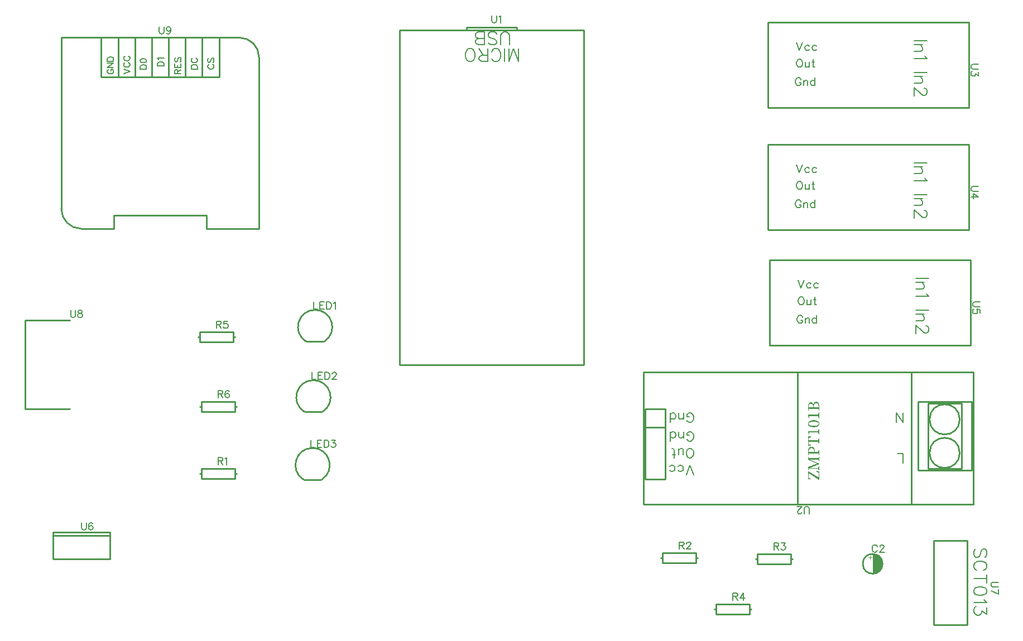
<source format=gto>
G04 Layer: TopSilkscreenLayer*
G04 EasyEDA v6.5.42, 2024-05-04 09:00:08*
G04 1b880a871dba45ccba3123794a0e531b,10*
G04 Gerber Generator version 0.2*
G04 Scale: 100 percent, Rotated: No, Reflected: No *
G04 Dimensions in millimeters *
G04 leading zeros omitted , absolute positions ,4 integer and 5 decimal *
%FSLAX45Y45*%
%MOMM*%

%ADD10C,0.1524*%
%ADD11C,0.2032*%
%ADD12C,0.0800*%
%ADD13C,0.2540*%

%LPD*%
G36*
X13215112Y-1069848D02*
G01*
X13210082Y-1070152D01*
X13205206Y-1071067D01*
X13200583Y-1072591D01*
X13196163Y-1074775D01*
X13192048Y-1077671D01*
X13188238Y-1081227D01*
X13184784Y-1085494D01*
X13181634Y-1090472D01*
X13178891Y-1096213D01*
X13176554Y-1102715D01*
X13174624Y-1110030D01*
X13173201Y-1118108D01*
X13171576Y-1111351D01*
X13169544Y-1105255D01*
X13167156Y-1099870D01*
X13164413Y-1095146D01*
X13161365Y-1091031D01*
X13158012Y-1087526D01*
X13154456Y-1084580D01*
X13150646Y-1082243D01*
X13146684Y-1080465D01*
X13142569Y-1079195D01*
X13138353Y-1078484D01*
X13134086Y-1078230D01*
X13128244Y-1078636D01*
X13122757Y-1079804D01*
X13117626Y-1081786D01*
X13112851Y-1084478D01*
X13108533Y-1087983D01*
X13104672Y-1092250D01*
X13101319Y-1097229D01*
X13098475Y-1102969D01*
X13096240Y-1109421D01*
X13094563Y-1116584D01*
X13093547Y-1124508D01*
X13093192Y-1133094D01*
X13093192Y-1157478D01*
X13103098Y-1157478D01*
X13103098Y-1139952D01*
X13103301Y-1133652D01*
X13103910Y-1127861D01*
X13104926Y-1122680D01*
X13106349Y-1118057D01*
X13108228Y-1113993D01*
X13110565Y-1110488D01*
X13113410Y-1107541D01*
X13116661Y-1105103D01*
X13120471Y-1103223D01*
X13124738Y-1101902D01*
X13129513Y-1101090D01*
X13134848Y-1100836D01*
X13140436Y-1101140D01*
X13145465Y-1102004D01*
X13150037Y-1103426D01*
X13154050Y-1105509D01*
X13157606Y-1108151D01*
X13160654Y-1111453D01*
X13163194Y-1115364D01*
X13165277Y-1119886D01*
X13166851Y-1125067D01*
X13167969Y-1130858D01*
X13168680Y-1137361D01*
X13168884Y-1144524D01*
X13168884Y-1157986D01*
X13179298Y-1157986D01*
X13179298Y-1143508D01*
X13179551Y-1135227D01*
X13180313Y-1127760D01*
X13181533Y-1121054D01*
X13183311Y-1115110D01*
X13185546Y-1109980D01*
X13188289Y-1105560D01*
X13191540Y-1101902D01*
X13195300Y-1098905D01*
X13199567Y-1096619D01*
X13204291Y-1094994D01*
X13209574Y-1094028D01*
X13215366Y-1093724D01*
X13220852Y-1094079D01*
X13225932Y-1095044D01*
X13230504Y-1096721D01*
X13234669Y-1099007D01*
X13238378Y-1102004D01*
X13241578Y-1105611D01*
X13244322Y-1109929D01*
X13246607Y-1114856D01*
X13248386Y-1120394D01*
X13249656Y-1126642D01*
X13250418Y-1133500D01*
X13250672Y-1140968D01*
X13250672Y-1157478D01*
X13204291Y-1157986D01*
X13141299Y-1157935D01*
X13093192Y-1157478D01*
X13093192Y-1204468D01*
X13101828Y-1204468D01*
X13104368Y-1181100D01*
X13126415Y-1180896D01*
X13216229Y-1180896D01*
X13249656Y-1181100D01*
X13252196Y-1204468D01*
X13260832Y-1204468D01*
X13260832Y-1136142D01*
X13260578Y-1127506D01*
X13259816Y-1119581D01*
X13258596Y-1112316D01*
X13256920Y-1105662D01*
X13254837Y-1099616D01*
X13252399Y-1094181D01*
X13249605Y-1089355D01*
X13246557Y-1085088D01*
X13243204Y-1081379D01*
X13239648Y-1078230D01*
X13235838Y-1075588D01*
X13231876Y-1073505D01*
X13227812Y-1071880D01*
X13223646Y-1070762D01*
X13219379Y-1070051D01*
G37*
G36*
X13252957Y-1230122D02*
G01*
X13248132Y-1265428D01*
X13227964Y-1265631D01*
X13129260Y-1265682D01*
X13093192Y-1264920D01*
X13090652Y-1268222D01*
X13104113Y-1319784D01*
X13113004Y-1319784D01*
X13109701Y-1286256D01*
X13222935Y-1286357D01*
X13248132Y-1286764D01*
X13252957Y-1322578D01*
X13260832Y-1322578D01*
X13260832Y-1230122D01*
G37*
G36*
X13175742Y-1351534D02*
G01*
X13166648Y-1351737D01*
X13158165Y-1352296D01*
X13150189Y-1353210D01*
X13142823Y-1354429D01*
X13135965Y-1356004D01*
X13129666Y-1357833D01*
X13123824Y-1359966D01*
X13118541Y-1362303D01*
X13113715Y-1364945D01*
X13109397Y-1367739D01*
X13105536Y-1370787D01*
X13102132Y-1373987D01*
X13099135Y-1377340D01*
X13096646Y-1380794D01*
X13094512Y-1384452D01*
X13092836Y-1388160D01*
X13091515Y-1391920D01*
X13090601Y-1395780D01*
X13090042Y-1399692D01*
X13089890Y-1403604D01*
X13099796Y-1403604D01*
X13099999Y-1400759D01*
X13100608Y-1397965D01*
X13101624Y-1395222D01*
X13103199Y-1392529D01*
X13105282Y-1389938D01*
X13107974Y-1387500D01*
X13111226Y-1385163D01*
X13115188Y-1383030D01*
X13119862Y-1381048D01*
X13125246Y-1379270D01*
X13131444Y-1377696D01*
X13138454Y-1376375D01*
X13146379Y-1375308D01*
X13155218Y-1374546D01*
X13164972Y-1374038D01*
X13175742Y-1373886D01*
X13186867Y-1374038D01*
X13196976Y-1374546D01*
X13206120Y-1375308D01*
X13214299Y-1376375D01*
X13221563Y-1377696D01*
X13228015Y-1379270D01*
X13233603Y-1381048D01*
X13238429Y-1383030D01*
X13242544Y-1385163D01*
X13245998Y-1387500D01*
X13248741Y-1389938D01*
X13250926Y-1392529D01*
X13252551Y-1395222D01*
X13253669Y-1397965D01*
X13254278Y-1400759D01*
X13254482Y-1403604D01*
X13254278Y-1406601D01*
X13253669Y-1409496D01*
X13252551Y-1412392D01*
X13250976Y-1415135D01*
X13248792Y-1417828D01*
X13246049Y-1420368D01*
X13242645Y-1422755D01*
X13238530Y-1424990D01*
X13233704Y-1427022D01*
X13228116Y-1428851D01*
X13221716Y-1430426D01*
X13214400Y-1431798D01*
X13206222Y-1432864D01*
X13197078Y-1433677D01*
X13186918Y-1434185D01*
X13175742Y-1434338D01*
X13164972Y-1434185D01*
X13155218Y-1433677D01*
X13146379Y-1432864D01*
X13138454Y-1431798D01*
X13131444Y-1430426D01*
X13125246Y-1428851D01*
X13119862Y-1427022D01*
X13115188Y-1424990D01*
X13111226Y-1422755D01*
X13107974Y-1420368D01*
X13105282Y-1417828D01*
X13103199Y-1415135D01*
X13101624Y-1412392D01*
X13100608Y-1409496D01*
X13099999Y-1406601D01*
X13099796Y-1403604D01*
X13089890Y-1403604D01*
X13090042Y-1407617D01*
X13090601Y-1411630D01*
X13091515Y-1415542D01*
X13092836Y-1419453D01*
X13094512Y-1423212D01*
X13096646Y-1426870D01*
X13099135Y-1430426D01*
X13102132Y-1433830D01*
X13105536Y-1437081D01*
X13109397Y-1440129D01*
X13113715Y-1442974D01*
X13118541Y-1445615D01*
X13123824Y-1448003D01*
X13129666Y-1450136D01*
X13135965Y-1451965D01*
X13142823Y-1453540D01*
X13150189Y-1454759D01*
X13158165Y-1455674D01*
X13166648Y-1456232D01*
X13175742Y-1456436D01*
X13185140Y-1456232D01*
X13193979Y-1455674D01*
X13202157Y-1454759D01*
X13209828Y-1453540D01*
X13216890Y-1451965D01*
X13223392Y-1450136D01*
X13229386Y-1448003D01*
X13234822Y-1445615D01*
X13239800Y-1442974D01*
X13244220Y-1440129D01*
X13248182Y-1437081D01*
X13251688Y-1433830D01*
X13254685Y-1430426D01*
X13257276Y-1426870D01*
X13259409Y-1423212D01*
X13261136Y-1419453D01*
X13262457Y-1415542D01*
X13263422Y-1411630D01*
X13263930Y-1407617D01*
X13264134Y-1403604D01*
X13263930Y-1399692D01*
X13263422Y-1395780D01*
X13262457Y-1391920D01*
X13261136Y-1388160D01*
X13259409Y-1384452D01*
X13257276Y-1380794D01*
X13254685Y-1377340D01*
X13251688Y-1373987D01*
X13248182Y-1370787D01*
X13244220Y-1367739D01*
X13239800Y-1364945D01*
X13234822Y-1362303D01*
X13229386Y-1359966D01*
X13223392Y-1357833D01*
X13216890Y-1356004D01*
X13209828Y-1354429D01*
X13202157Y-1353210D01*
X13193979Y-1352296D01*
X13185140Y-1351737D01*
G37*
G36*
X13252957Y-1481074D02*
G01*
X13248132Y-1516380D01*
X13212978Y-1516888D01*
X13129260Y-1516888D01*
X13093192Y-1515872D01*
X13090652Y-1519428D01*
X13104113Y-1570736D01*
X13113004Y-1570736D01*
X13109701Y-1537462D01*
X13248132Y-1537716D01*
X13252957Y-1573530D01*
X13260832Y-1573530D01*
X13260832Y-1481074D01*
G37*
G36*
X13137896Y-1597152D02*
G01*
X13093192Y-1598930D01*
X13093192Y-1736343D01*
X13137896Y-1738375D01*
X13137896Y-1725675D01*
X13104113Y-1718818D01*
X13104113Y-1679448D01*
X13211149Y-1679193D01*
X13249401Y-1679448D01*
X13252196Y-1705356D01*
X13260832Y-1705356D01*
X13260832Y-1629918D01*
X13252196Y-1629918D01*
X13249401Y-1655825D01*
X13216382Y-1656283D01*
X13142976Y-1656283D01*
X13104113Y-1655825D01*
X13104113Y-1616456D01*
X13137896Y-1609344D01*
G37*
G36*
X13142976Y-1751584D02*
G01*
X13137540Y-1751838D01*
X13132307Y-1752549D01*
X13127329Y-1753768D01*
X13122656Y-1755495D01*
X13118236Y-1757680D01*
X13114172Y-1760372D01*
X13110362Y-1763572D01*
X13106958Y-1767230D01*
X13103860Y-1771396D01*
X13101116Y-1776069D01*
X13098729Y-1781200D01*
X13096798Y-1786839D01*
X13095224Y-1792986D01*
X13094106Y-1799589D01*
X13093446Y-1806702D01*
X13093192Y-1814322D01*
X13093192Y-1834642D01*
X13103098Y-1834642D01*
X13103098Y-1818639D01*
X13103402Y-1811477D01*
X13104266Y-1805025D01*
X13105739Y-1799234D01*
X13107771Y-1794052D01*
X13110362Y-1789531D01*
X13113512Y-1785670D01*
X13117169Y-1782419D01*
X13121335Y-1779828D01*
X13126008Y-1777796D01*
X13131190Y-1776323D01*
X13136880Y-1775510D01*
X13142976Y-1775206D01*
X13148868Y-1775460D01*
X13154406Y-1776272D01*
X13159536Y-1777644D01*
X13164312Y-1779574D01*
X13168630Y-1782165D01*
X13172490Y-1785315D01*
X13175843Y-1789175D01*
X13178637Y-1793697D01*
X13180872Y-1798878D01*
X13182498Y-1804822D01*
X13183514Y-1811477D01*
X13183869Y-1818893D01*
X13183869Y-1834896D01*
X13093192Y-1834642D01*
X13093192Y-1881632D01*
X13101828Y-1881632D01*
X13104368Y-1858264D01*
X13143077Y-1857806D01*
X13216686Y-1857806D01*
X13249656Y-1858264D01*
X13252196Y-1881632D01*
X13260832Y-1881632D01*
X13260832Y-1810766D01*
X13252196Y-1810766D01*
X13249401Y-1834642D01*
X13193776Y-1834896D01*
X13193776Y-1821688D01*
X13193522Y-1812594D01*
X13192709Y-1804162D01*
X13191439Y-1796440D01*
X13189712Y-1789430D01*
X13187578Y-1783029D01*
X13184987Y-1777288D01*
X13182041Y-1772157D01*
X13178739Y-1767687D01*
X13175132Y-1763775D01*
X13171220Y-1760423D01*
X13167004Y-1757680D01*
X13162584Y-1755444D01*
X13157962Y-1753717D01*
X13153085Y-1752498D01*
X13148106Y-1751838D01*
G37*
G36*
X13093192Y-1904238D02*
G01*
X13093192Y-1952498D01*
X13232130Y-2006600D01*
X13093192Y-2063242D01*
X13093192Y-2108962D01*
X13101828Y-2108962D01*
X13104621Y-2086102D01*
X13248894Y-2086356D01*
X13252196Y-2108962D01*
X13260832Y-2108962D01*
X13260832Y-2052828D01*
X13252196Y-2052828D01*
X13248894Y-2074672D01*
X13167918Y-2074722D01*
X13117322Y-2075942D01*
X13260832Y-2017522D01*
X13260832Y-2006600D01*
X13116813Y-1950212D01*
X13216890Y-1950516D01*
X13249656Y-1950974D01*
X13252196Y-1972564D01*
X13260832Y-1972564D01*
X13260832Y-1904492D01*
X13252196Y-1904492D01*
X13249656Y-1927606D01*
X13205358Y-1928114D01*
X13120827Y-1927910D01*
X13104368Y-1927606D01*
X13101828Y-1904238D01*
G37*
G36*
X13215619Y-2123948D02*
G01*
X13215619Y-2137156D01*
X13250163Y-2145284D01*
X13250163Y-2225294D01*
X13101828Y-2129028D01*
X13093192Y-2129028D01*
X13093192Y-2246122D01*
X13137896Y-2248662D01*
X13137896Y-2234946D01*
X13104113Y-2227326D01*
X13104113Y-2154936D01*
X13252450Y-2251202D01*
X13260832Y-2251202D01*
X13260832Y-2125472D01*
G37*
D10*
X14142933Y-3268888D02*
G01*
X14137599Y-3258474D01*
X14127185Y-3248060D01*
X14117025Y-3242980D01*
X14096197Y-3242980D01*
X14085783Y-3248060D01*
X14075369Y-3258474D01*
X14070035Y-3268888D01*
X14064955Y-3284636D01*
X14064955Y-3310544D01*
X14070035Y-3326038D01*
X14075369Y-3336452D01*
X14085783Y-3346866D01*
X14096197Y-3351946D01*
X14117025Y-3351946D01*
X14127185Y-3346866D01*
X14137599Y-3336452D01*
X14142933Y-3326038D01*
X14182303Y-3268888D02*
G01*
X14182303Y-3263808D01*
X14187637Y-3253394D01*
X14192717Y-3248060D01*
X14203131Y-3242980D01*
X14223959Y-3242980D01*
X14234373Y-3248060D01*
X14239453Y-3253394D01*
X14244787Y-3263808D01*
X14244787Y-3274222D01*
X14239453Y-3284636D01*
X14229039Y-3300130D01*
X14177223Y-3351946D01*
X14249867Y-3351946D01*
X5588000Y442518D02*
G01*
X5588000Y333552D01*
X5588000Y333552D02*
G01*
X5650229Y333552D01*
X5684520Y442518D02*
G01*
X5684520Y333552D01*
X5684520Y442518D02*
G01*
X5752084Y442518D01*
X5684520Y390702D02*
G01*
X5726175Y390702D01*
X5684520Y333552D02*
G01*
X5752084Y333552D01*
X5786374Y442518D02*
G01*
X5786374Y333552D01*
X5786374Y442518D02*
G01*
X5822950Y442518D01*
X5838443Y437438D01*
X5848858Y427024D01*
X5853938Y416610D01*
X5859272Y400862D01*
X5859272Y374954D01*
X5853938Y359460D01*
X5848858Y349046D01*
X5838443Y338632D01*
X5822950Y333552D01*
X5786374Y333552D01*
X5893561Y421690D02*
G01*
X5903975Y427024D01*
X5919470Y442518D01*
X5919470Y333552D01*
X5562600Y-624281D02*
G01*
X5562600Y-733247D01*
X5562600Y-733247D02*
G01*
X5624829Y-733247D01*
X5659120Y-624281D02*
G01*
X5659120Y-733247D01*
X5659120Y-624281D02*
G01*
X5726684Y-624281D01*
X5659120Y-676097D02*
G01*
X5700775Y-676097D01*
X5659120Y-733247D02*
G01*
X5726684Y-733247D01*
X5760974Y-624281D02*
G01*
X5760974Y-733247D01*
X5760974Y-624281D02*
G01*
X5797550Y-624281D01*
X5813043Y-629361D01*
X5823458Y-639775D01*
X5828538Y-650189D01*
X5833872Y-665937D01*
X5833872Y-691845D01*
X5828538Y-707339D01*
X5823458Y-717753D01*
X5813043Y-728167D01*
X5797550Y-733247D01*
X5760974Y-733247D01*
X5873241Y-650189D02*
G01*
X5873241Y-645109D01*
X5878575Y-634695D01*
X5883656Y-629361D01*
X5894070Y-624281D01*
X5914897Y-624281D01*
X5925311Y-629361D01*
X5930391Y-634695D01*
X5935725Y-645109D01*
X5935725Y-655523D01*
X5930391Y-665937D01*
X5919977Y-681431D01*
X5868161Y-733247D01*
X5940806Y-733247D01*
X5549900Y-1652981D02*
G01*
X5549900Y-1761947D01*
X5549900Y-1761947D02*
G01*
X5612129Y-1761947D01*
X5646420Y-1652981D02*
G01*
X5646420Y-1761947D01*
X5646420Y-1652981D02*
G01*
X5713984Y-1652981D01*
X5646420Y-1704797D02*
G01*
X5688075Y-1704797D01*
X5646420Y-1761947D02*
G01*
X5713984Y-1761947D01*
X5748274Y-1652981D02*
G01*
X5748274Y-1761947D01*
X5748274Y-1652981D02*
G01*
X5784850Y-1652981D01*
X5800343Y-1658061D01*
X5810758Y-1668475D01*
X5815838Y-1678889D01*
X5821172Y-1694637D01*
X5821172Y-1720545D01*
X5815838Y-1736039D01*
X5810758Y-1746453D01*
X5800343Y-1756867D01*
X5784850Y-1761947D01*
X5748274Y-1761947D01*
X5865875Y-1652981D02*
G01*
X5923025Y-1652981D01*
X5891784Y-1694637D01*
X5907277Y-1694637D01*
X5917691Y-1699717D01*
X5923025Y-1704797D01*
X5928106Y-1720545D01*
X5928106Y-1730959D01*
X5923025Y-1746453D01*
X5912611Y-1756867D01*
X5896863Y-1761947D01*
X5881370Y-1761947D01*
X5865875Y-1756867D01*
X5860541Y-1751787D01*
X5855461Y-1741373D01*
X4140200Y-1916684D02*
G01*
X4140200Y-2025650D01*
X4140200Y-1916684D02*
G01*
X4186936Y-1916684D01*
X4202429Y-1921763D01*
X4207763Y-1927097D01*
X4212843Y-1937512D01*
X4212843Y-1947926D01*
X4207763Y-1958339D01*
X4202429Y-1963420D01*
X4186936Y-1968500D01*
X4140200Y-1968500D01*
X4176522Y-1968500D02*
G01*
X4212843Y-2025650D01*
X4247134Y-1937512D02*
G01*
X4257547Y-1932178D01*
X4273295Y-1916684D01*
X4273295Y-2025650D01*
X11137900Y-3199384D02*
G01*
X11137900Y-3308350D01*
X11137900Y-3199384D02*
G01*
X11184636Y-3199384D01*
X11200129Y-3204463D01*
X11205463Y-3209797D01*
X11210543Y-3220212D01*
X11210543Y-3230626D01*
X11205463Y-3241039D01*
X11200129Y-3246120D01*
X11184636Y-3251200D01*
X11137900Y-3251200D01*
X11174222Y-3251200D02*
G01*
X11210543Y-3308350D01*
X11250168Y-3225292D02*
G01*
X11250168Y-3220212D01*
X11255247Y-3209797D01*
X11260581Y-3204463D01*
X11270995Y-3199384D01*
X11291570Y-3199384D01*
X11301984Y-3204463D01*
X11307318Y-3209797D01*
X11312397Y-3220212D01*
X11312397Y-3230626D01*
X11307318Y-3241039D01*
X11296904Y-3256534D01*
X11244834Y-3308350D01*
X11317731Y-3308350D01*
X12573000Y-3212084D02*
G01*
X12573000Y-3321050D01*
X12573000Y-3212084D02*
G01*
X12619736Y-3212084D01*
X12635229Y-3217163D01*
X12640563Y-3222497D01*
X12645643Y-3232912D01*
X12645643Y-3243326D01*
X12640563Y-3253739D01*
X12635229Y-3258820D01*
X12619736Y-3263900D01*
X12573000Y-3263900D01*
X12609322Y-3263900D02*
G01*
X12645643Y-3321050D01*
X12690347Y-3212084D02*
G01*
X12747497Y-3212084D01*
X12716509Y-3253739D01*
X12732004Y-3253739D01*
X12742418Y-3258820D01*
X12747497Y-3263900D01*
X12752831Y-3279647D01*
X12752831Y-3290062D01*
X12747497Y-3305555D01*
X12737084Y-3315970D01*
X12721590Y-3321050D01*
X12706095Y-3321050D01*
X12690347Y-3315970D01*
X12685268Y-3310889D01*
X12679934Y-3300476D01*
X11950700Y-3974084D02*
G01*
X11950700Y-4083050D01*
X11950700Y-3974084D02*
G01*
X11997436Y-3974084D01*
X12012929Y-3979163D01*
X12018263Y-3984497D01*
X12023343Y-3994912D01*
X12023343Y-4005326D01*
X12018263Y-4015739D01*
X12012929Y-4020820D01*
X11997436Y-4025900D01*
X11950700Y-4025900D01*
X11987022Y-4025900D02*
G01*
X12023343Y-4083050D01*
X12109704Y-3974084D02*
G01*
X12057634Y-4046728D01*
X12135611Y-4046728D01*
X12109704Y-3974084D02*
G01*
X12109704Y-4083050D01*
X4114800Y153415D02*
G01*
X4114800Y44450D01*
X4114800Y153415D02*
G01*
X4161536Y153415D01*
X4177029Y148336D01*
X4182363Y143002D01*
X4187443Y132587D01*
X4187443Y122173D01*
X4182363Y111760D01*
X4177029Y106679D01*
X4161536Y101600D01*
X4114800Y101600D01*
X4151122Y101600D02*
G01*
X4187443Y44450D01*
X4284218Y153415D02*
G01*
X4232147Y153415D01*
X4227068Y106679D01*
X4232147Y111760D01*
X4247895Y117094D01*
X4263390Y117094D01*
X4278884Y111760D01*
X4289297Y101600D01*
X4294631Y85852D01*
X4294631Y75437D01*
X4289297Y59944D01*
X4278884Y49529D01*
X4263390Y44450D01*
X4247895Y44450D01*
X4232147Y49529D01*
X4227068Y54610D01*
X4221734Y65023D01*
X4140200Y-900684D02*
G01*
X4140200Y-1009650D01*
X4140200Y-900684D02*
G01*
X4186936Y-900684D01*
X4202429Y-905763D01*
X4207763Y-911097D01*
X4212843Y-921512D01*
X4212843Y-931926D01*
X4207763Y-942339D01*
X4202429Y-947420D01*
X4186936Y-952500D01*
X4140200Y-952500D01*
X4176522Y-952500D02*
G01*
X4212843Y-1009650D01*
X4309618Y-916178D02*
G01*
X4304284Y-905763D01*
X4288790Y-900684D01*
X4278375Y-900684D01*
X4262881Y-905763D01*
X4252468Y-921512D01*
X4247134Y-947420D01*
X4247134Y-973328D01*
X4252468Y-994155D01*
X4262881Y-1004570D01*
X4278375Y-1009650D01*
X4283709Y-1009650D01*
X4299204Y-1004570D01*
X4309618Y-994155D01*
X4314697Y-978662D01*
X4314697Y-973328D01*
X4309618Y-957834D01*
X4299204Y-947420D01*
X4283709Y-942339D01*
X4278375Y-942339D01*
X4262881Y-947420D01*
X4252468Y-957834D01*
X4247134Y-973328D01*
X8293100Y4788915D02*
G01*
X8293100Y4710937D01*
X8298179Y4695444D01*
X8308593Y4685029D01*
X8324341Y4679950D01*
X8334756Y4679950D01*
X8350250Y4685029D01*
X8360663Y4695444D01*
X8365743Y4710937D01*
X8365743Y4788915D01*
X8400034Y4768087D02*
G01*
X8410447Y4773421D01*
X8426195Y4788915D01*
X8426195Y4679950D01*
D11*
X8699502Y4092955D02*
G01*
X8699502Y4286757D01*
X8699502Y4092955D02*
G01*
X8625588Y4286757D01*
X8551674Y4092955D02*
G01*
X8625588Y4286757D01*
X8551674Y4092955D02*
G01*
X8551674Y4286757D01*
X8490714Y4092955D02*
G01*
X8490714Y4286757D01*
X8291324Y4138929D02*
G01*
X8300468Y4120642D01*
X8319010Y4102100D01*
X8337552Y4092955D01*
X8374382Y4092955D01*
X8392924Y4102100D01*
X8411212Y4120642D01*
X8420610Y4138929D01*
X8429754Y4166870D01*
X8429754Y4212844D01*
X8420610Y4240529D01*
X8411212Y4259071D01*
X8392924Y4277613D01*
X8374382Y4286757D01*
X8337552Y4286757D01*
X8319010Y4277613D01*
X8300468Y4259071D01*
X8291324Y4240529D01*
X8230364Y4092955D02*
G01*
X8230364Y4286757D01*
X8230364Y4092955D02*
G01*
X8147052Y4092955D01*
X8119366Y4102100D01*
X8110222Y4111244D01*
X8101078Y4129786D01*
X8101078Y4148328D01*
X8110222Y4166870D01*
X8119366Y4176013D01*
X8147052Y4185157D01*
X8230364Y4185157D01*
X8165594Y4185157D02*
G01*
X8101078Y4286757D01*
X7984492Y4092955D02*
G01*
X8003034Y4102100D01*
X8021576Y4120642D01*
X8030720Y4138929D01*
X8040118Y4166870D01*
X8040118Y4212844D01*
X8030720Y4240529D01*
X8021576Y4259071D01*
X8003034Y4277613D01*
X7984492Y4286757D01*
X7947662Y4286757D01*
X7929120Y4277613D01*
X7910832Y4259071D01*
X7901434Y4240529D01*
X7892290Y4212844D01*
X7892290Y4166870D01*
X7901434Y4138929D01*
X7910832Y4120642D01*
X7929120Y4102100D01*
X7947662Y4092955D01*
X7984492Y4092955D01*
X8559800Y4346955D02*
G01*
X8559800Y4485386D01*
X8550656Y4513071D01*
X8532113Y4531613D01*
X8504427Y4540757D01*
X8485886Y4540757D01*
X8458200Y4531613D01*
X8439658Y4513071D01*
X8430513Y4485386D01*
X8430513Y4346955D01*
X8240268Y4374642D02*
G01*
X8258809Y4356100D01*
X8286495Y4346955D01*
X8323325Y4346955D01*
X8351011Y4356100D01*
X8369554Y4374642D01*
X8369554Y4392929D01*
X8360409Y4411471D01*
X8351011Y4420870D01*
X8332470Y4430013D01*
X8277097Y4448555D01*
X8258809Y4457700D01*
X8249411Y4466844D01*
X8240268Y4485386D01*
X8240268Y4513071D01*
X8258809Y4531613D01*
X8286495Y4540757D01*
X8323325Y4540757D01*
X8351011Y4531613D01*
X8369554Y4513071D01*
X8179308Y4346955D02*
G01*
X8179308Y4540757D01*
X8179308Y4346955D02*
G01*
X8096250Y4346955D01*
X8068309Y4356100D01*
X8059165Y4365244D01*
X8050022Y4383786D01*
X8050022Y4402328D01*
X8059165Y4420870D01*
X8068309Y4430013D01*
X8096250Y4439157D01*
X8179308Y4439157D02*
G01*
X8096250Y4439157D01*
X8068309Y4448555D01*
X8059165Y4457700D01*
X8050022Y4476242D01*
X8050022Y4503928D01*
X8059165Y4522470D01*
X8068309Y4531613D01*
X8096250Y4540757D01*
X8179308Y4540757D01*
D10*
X13106400Y-2769615D02*
G01*
X13106400Y-2691637D01*
X13101320Y-2676144D01*
X13090906Y-2665729D01*
X13075158Y-2660650D01*
X13064743Y-2660650D01*
X13049250Y-2665729D01*
X13038836Y-2676144D01*
X13033756Y-2691637D01*
X13033756Y-2769615D01*
X12994131Y-2743707D02*
G01*
X12994131Y-2748787D01*
X12989052Y-2759202D01*
X12983718Y-2764536D01*
X12973304Y-2769615D01*
X12952729Y-2769615D01*
X12942315Y-2764536D01*
X12936981Y-2759202D01*
X12931902Y-2748787D01*
X12931902Y-2738373D01*
X12936981Y-2727960D01*
X12947395Y-2712465D01*
X12999465Y-2660650D01*
X12926568Y-2660650D01*
D11*
X11251438Y-1350263D02*
G01*
X11258295Y-1363979D01*
X11272011Y-1377442D01*
X11285727Y-1384300D01*
X11312906Y-1384300D01*
X11326622Y-1377442D01*
X11340084Y-1363979D01*
X11346941Y-1350263D01*
X11353800Y-1329689D01*
X11353800Y-1295654D01*
X11346941Y-1275334D01*
X11340084Y-1261618D01*
X11326622Y-1247902D01*
X11312906Y-1241044D01*
X11285727Y-1241044D01*
X11272011Y-1247902D01*
X11258295Y-1261618D01*
X11251438Y-1275334D01*
X11251438Y-1295654D01*
X11285727Y-1295654D02*
G01*
X11251438Y-1295654D01*
X11206479Y-1336547D02*
G01*
X11206479Y-1241044D01*
X11206479Y-1309370D02*
G01*
X11186159Y-1329689D01*
X11172443Y-1336547D01*
X11151870Y-1336547D01*
X11138408Y-1329689D01*
X11131550Y-1309370D01*
X11131550Y-1241044D01*
X11004804Y-1384300D02*
G01*
X11004804Y-1241044D01*
X11004804Y-1316228D02*
G01*
X11018265Y-1329689D01*
X11031981Y-1336547D01*
X11052556Y-1336547D01*
X11066018Y-1329689D01*
X11079734Y-1316228D01*
X11086591Y-1295654D01*
X11086591Y-1281937D01*
X11079734Y-1261618D01*
X11066018Y-1247902D01*
X11052556Y-1241044D01*
X11031981Y-1241044D01*
X11018265Y-1247902D01*
X11004804Y-1261618D01*
X11251438Y-1635252D02*
G01*
X11258295Y-1648968D01*
X11272011Y-1662429D01*
X11285727Y-1669287D01*
X11312906Y-1669287D01*
X11326622Y-1662429D01*
X11340084Y-1648968D01*
X11346941Y-1635252D01*
X11353800Y-1614678D01*
X11353800Y-1580642D01*
X11346941Y-1560321D01*
X11340084Y-1546605D01*
X11326622Y-1532889D01*
X11312906Y-1526031D01*
X11285727Y-1526031D01*
X11272011Y-1532889D01*
X11258295Y-1546605D01*
X11251438Y-1560321D01*
X11251438Y-1580642D01*
X11285727Y-1580642D02*
G01*
X11251438Y-1580642D01*
X11206479Y-1621536D02*
G01*
X11206479Y-1526031D01*
X11206479Y-1594357D02*
G01*
X11186159Y-1614678D01*
X11172443Y-1621536D01*
X11151870Y-1621536D01*
X11138408Y-1614678D01*
X11131550Y-1594357D01*
X11131550Y-1526031D01*
X11004804Y-1669287D02*
G01*
X11004804Y-1526031D01*
X11004804Y-1601215D02*
G01*
X11018265Y-1614678D01*
X11031981Y-1621536D01*
X11052556Y-1621536D01*
X11066018Y-1614678D01*
X11079734Y-1601215D01*
X11086591Y-1580642D01*
X11086591Y-1566926D01*
X11079734Y-1546605D01*
X11066018Y-1532889D01*
X11052556Y-1526031D01*
X11031981Y-1526031D01*
X11018265Y-1532889D01*
X11004804Y-1546605D01*
X11312906Y-1923287D02*
G01*
X11326622Y-1916429D01*
X11340084Y-1902968D01*
X11346941Y-1889252D01*
X11353800Y-1868678D01*
X11353800Y-1834642D01*
X11346941Y-1814321D01*
X11340084Y-1800605D01*
X11326622Y-1786889D01*
X11312906Y-1780031D01*
X11285727Y-1780031D01*
X11272011Y-1786889D01*
X11258295Y-1800605D01*
X11251438Y-1814321D01*
X11244834Y-1834642D01*
X11244834Y-1868678D01*
X11251438Y-1889252D01*
X11258295Y-1902968D01*
X11272011Y-1916429D01*
X11285727Y-1923287D01*
X11312906Y-1923287D01*
X11199622Y-1875536D02*
G01*
X11199622Y-1807463D01*
X11193018Y-1786889D01*
X11179302Y-1780031D01*
X11158727Y-1780031D01*
X11145265Y-1786889D01*
X11124691Y-1807463D01*
X11124691Y-1875536D02*
G01*
X11124691Y-1780031D01*
X11059159Y-1923287D02*
G01*
X11059159Y-1807463D01*
X11052556Y-1786889D01*
X11038840Y-1780031D01*
X11025124Y-1780031D01*
X11079734Y-1875536D02*
G01*
X11031981Y-1875536D01*
X11353800Y-2177287D02*
G01*
X11299190Y-2034031D01*
X11244834Y-2177287D02*
G01*
X11299190Y-2034031D01*
X11117834Y-2109215D02*
G01*
X11131550Y-2122678D01*
X11145265Y-2129536D01*
X11165586Y-2129536D01*
X11179302Y-2122678D01*
X11193018Y-2109215D01*
X11199622Y-2088642D01*
X11199622Y-2074926D01*
X11193018Y-2054605D01*
X11179302Y-2040889D01*
X11165586Y-2034031D01*
X11145265Y-2034031D01*
X11131550Y-2040889D01*
X11117834Y-2054605D01*
X10991088Y-2109215D02*
G01*
X11004804Y-2122678D01*
X11018265Y-2129536D01*
X11038840Y-2129536D01*
X11052556Y-2122678D01*
X11066018Y-2109215D01*
X11072875Y-2088642D01*
X11072875Y-2074926D01*
X11066018Y-2054605D01*
X11052556Y-2040889D01*
X11038840Y-2034031D01*
X11018265Y-2034031D01*
X11004804Y-2040889D01*
X10991088Y-2054605D01*
X14528800Y-1384300D02*
G01*
X14528800Y-1241044D01*
X14528800Y-1384300D02*
G01*
X14433295Y-1241044D01*
X14433295Y-1384300D02*
G01*
X14433295Y-1241044D01*
X14528800Y-1999487D02*
G01*
X14528800Y-1856231D01*
X14528800Y-1856231D02*
G01*
X14447011Y-1856231D01*
D10*
X15672816Y4051300D02*
G01*
X15594838Y4051300D01*
X15579343Y4046220D01*
X15568929Y4035805D01*
X15563850Y4020057D01*
X15563850Y4009644D01*
X15568929Y3994150D01*
X15579343Y3983736D01*
X15594838Y3978655D01*
X15672816Y3978655D01*
X15672816Y3933952D02*
G01*
X15672816Y3876802D01*
X15631159Y3907789D01*
X15631159Y3892295D01*
X15626079Y3881881D01*
X15621000Y3876802D01*
X15605252Y3871468D01*
X15594838Y3871468D01*
X15579343Y3876802D01*
X15568929Y3887215D01*
X15563850Y3902710D01*
X15563850Y3918204D01*
X15568929Y3933952D01*
X15574009Y3939031D01*
X15584424Y3944365D01*
D11*
X12913611Y4381500D02*
G01*
X12959839Y4260087D01*
X13006067Y4381500D02*
G01*
X12959839Y4260087D01*
X13113255Y4323587D02*
G01*
X13101825Y4335271D01*
X13090141Y4341113D01*
X13072869Y4341113D01*
X13061439Y4335271D01*
X13049755Y4323587D01*
X13044167Y4306315D01*
X13044167Y4294886D01*
X13049755Y4277613D01*
X13061439Y4265929D01*
X13072869Y4260087D01*
X13090141Y4260087D01*
X13101825Y4265929D01*
X13113255Y4277613D01*
X13220697Y4323587D02*
G01*
X13209267Y4335271D01*
X13197583Y4341113D01*
X13180311Y4341113D01*
X13168881Y4335271D01*
X13157197Y4323587D01*
X13151355Y4306315D01*
X13151355Y4294886D01*
X13157197Y4277613D01*
X13168881Y4265929D01*
X13180311Y4260087D01*
X13197583Y4260087D01*
X13209267Y4265929D01*
X13220697Y4277613D01*
X12951713Y4127500D02*
G01*
X12940284Y4121657D01*
X12928600Y4110228D01*
X12923011Y4098544D01*
X12917170Y4081271D01*
X12917170Y4052315D01*
X12923011Y4035044D01*
X12928600Y4023613D01*
X12940284Y4011929D01*
X12951713Y4006087D01*
X12974827Y4006087D01*
X12986511Y4011929D01*
X12997941Y4023613D01*
X13003784Y4035044D01*
X13009625Y4052315D01*
X13009625Y4081271D01*
X13003784Y4098544D01*
X12997941Y4110228D01*
X12986511Y4121657D01*
X12974827Y4127500D01*
X12951713Y4127500D01*
X13047725Y4087113D02*
G01*
X13047725Y4029202D01*
X13053313Y4011929D01*
X13064997Y4006087D01*
X13082270Y4006087D01*
X13093700Y4011929D01*
X13111225Y4029202D01*
X13111225Y4087113D02*
G01*
X13111225Y4006087D01*
X13166597Y4127500D02*
G01*
X13166597Y4029202D01*
X13172440Y4011929D01*
X13183870Y4006087D01*
X13195300Y4006087D01*
X13149325Y4087113D02*
G01*
X13189711Y4087113D01*
X12986258Y3819144D02*
G01*
X12980415Y3830828D01*
X12968986Y3842257D01*
X12957302Y3848100D01*
X12934188Y3848100D01*
X12922758Y3842257D01*
X12911074Y3830828D01*
X12905486Y3819144D01*
X12899643Y3801871D01*
X12899643Y3772915D01*
X12905486Y3755644D01*
X12911074Y3744213D01*
X12922758Y3732529D01*
X12934188Y3726687D01*
X12957302Y3726687D01*
X12968986Y3732529D01*
X12980415Y3744213D01*
X12986258Y3755644D01*
X12986258Y3772915D01*
X12957302Y3772915D02*
G01*
X12986258Y3772915D01*
X13024358Y3807713D02*
G01*
X13024358Y3726687D01*
X13024358Y3784600D02*
G01*
X13041629Y3801871D01*
X13053313Y3807713D01*
X13070586Y3807713D01*
X13082015Y3801871D01*
X13087858Y3784600D01*
X13087858Y3726687D01*
X13195300Y3848100D02*
G01*
X13195300Y3726687D01*
X13195300Y3790187D02*
G01*
X13183616Y3801871D01*
X13172186Y3807713D01*
X13154913Y3807713D01*
X13143229Y3801871D01*
X13131800Y3790187D01*
X13125958Y3772915D01*
X13125958Y3761486D01*
X13131800Y3744213D01*
X13143229Y3732529D01*
X13154913Y3726687D01*
X13172186Y3726687D01*
X13183616Y3732529D01*
X13195300Y3744213D01*
X14897100Y4406900D02*
G01*
X14703297Y4406900D01*
X14832584Y4345939D02*
G01*
X14703297Y4345939D01*
X14795500Y4345939D02*
G01*
X14823186Y4318254D01*
X14832584Y4299712D01*
X14832584Y4272026D01*
X14823186Y4253484D01*
X14795500Y4244339D01*
X14703297Y4244339D01*
X14860270Y4183379D02*
G01*
X14869413Y4164837D01*
X14897100Y4137152D01*
X14703297Y4137152D01*
X14897097Y3924300D02*
G01*
X14703295Y3924300D01*
X14832581Y3863339D02*
G01*
X14703295Y3863339D01*
X14795497Y3863339D02*
G01*
X14823183Y3835654D01*
X14832581Y3817112D01*
X14832581Y3789426D01*
X14823183Y3770884D01*
X14795497Y3761739D01*
X14703295Y3761739D01*
X14851123Y3691636D02*
G01*
X14860267Y3691636D01*
X14878809Y3682237D01*
X14887953Y3673094D01*
X14897097Y3654552D01*
X14897097Y3617721D01*
X14887953Y3599179D01*
X14878809Y3590036D01*
X14860267Y3580637D01*
X14841725Y3580637D01*
X14823183Y3590036D01*
X14795497Y3608323D01*
X14703295Y3700779D01*
X14703295Y3571494D01*
D10*
X15672816Y2197100D02*
G01*
X15594838Y2197100D01*
X15579343Y2192020D01*
X15568929Y2181605D01*
X15563850Y2165857D01*
X15563850Y2155444D01*
X15568929Y2139950D01*
X15579343Y2129536D01*
X15594838Y2124455D01*
X15672816Y2124455D01*
X15672816Y2038095D02*
G01*
X15600172Y2090165D01*
X15600172Y2012187D01*
X15672816Y2038095D02*
G01*
X15563850Y2038095D01*
D11*
X12913611Y2527300D02*
G01*
X12959839Y2405887D01*
X13006067Y2527300D02*
G01*
X12959839Y2405887D01*
X13113255Y2469387D02*
G01*
X13101825Y2481071D01*
X13090141Y2486913D01*
X13072869Y2486913D01*
X13061439Y2481071D01*
X13049755Y2469387D01*
X13044167Y2452115D01*
X13044167Y2440686D01*
X13049755Y2423413D01*
X13061439Y2411729D01*
X13072869Y2405887D01*
X13090141Y2405887D01*
X13101825Y2411729D01*
X13113255Y2423413D01*
X13220697Y2469387D02*
G01*
X13209267Y2481071D01*
X13197583Y2486913D01*
X13180311Y2486913D01*
X13168881Y2481071D01*
X13157197Y2469387D01*
X13151355Y2452115D01*
X13151355Y2440686D01*
X13157197Y2423413D01*
X13168881Y2411729D01*
X13180311Y2405887D01*
X13197583Y2405887D01*
X13209267Y2411729D01*
X13220697Y2423413D01*
X12951713Y2273300D02*
G01*
X12940284Y2267457D01*
X12928600Y2256028D01*
X12923011Y2244344D01*
X12917170Y2227071D01*
X12917170Y2198115D01*
X12923011Y2180844D01*
X12928600Y2169413D01*
X12940284Y2157729D01*
X12951713Y2151887D01*
X12974827Y2151887D01*
X12986511Y2157729D01*
X12997941Y2169413D01*
X13003784Y2180844D01*
X13009625Y2198115D01*
X13009625Y2227071D01*
X13003784Y2244344D01*
X12997941Y2256028D01*
X12986511Y2267457D01*
X12974827Y2273300D01*
X12951713Y2273300D01*
X13047725Y2232913D02*
G01*
X13047725Y2175002D01*
X13053313Y2157729D01*
X13064997Y2151887D01*
X13082270Y2151887D01*
X13093700Y2157729D01*
X13111225Y2175002D01*
X13111225Y2232913D02*
G01*
X13111225Y2151887D01*
X13166597Y2273300D02*
G01*
X13166597Y2175002D01*
X13172440Y2157729D01*
X13183870Y2151887D01*
X13195300Y2151887D01*
X13149325Y2232913D02*
G01*
X13189711Y2232913D01*
X12986258Y1964944D02*
G01*
X12980415Y1976628D01*
X12968986Y1988057D01*
X12957302Y1993900D01*
X12934188Y1993900D01*
X12922758Y1988057D01*
X12911074Y1976628D01*
X12905486Y1964944D01*
X12899643Y1947671D01*
X12899643Y1918715D01*
X12905486Y1901444D01*
X12911074Y1890013D01*
X12922758Y1878329D01*
X12934188Y1872487D01*
X12957302Y1872487D01*
X12968986Y1878329D01*
X12980415Y1890013D01*
X12986258Y1901444D01*
X12986258Y1918715D01*
X12957302Y1918715D02*
G01*
X12986258Y1918715D01*
X13024358Y1953513D02*
G01*
X13024358Y1872487D01*
X13024358Y1930400D02*
G01*
X13041629Y1947671D01*
X13053313Y1953513D01*
X13070586Y1953513D01*
X13082015Y1947671D01*
X13087858Y1930400D01*
X13087858Y1872487D01*
X13195300Y1993900D02*
G01*
X13195300Y1872487D01*
X13195300Y1935987D02*
G01*
X13183616Y1947671D01*
X13172186Y1953513D01*
X13154913Y1953513D01*
X13143229Y1947671D01*
X13131800Y1935987D01*
X13125958Y1918715D01*
X13125958Y1907286D01*
X13131800Y1890013D01*
X13143229Y1878329D01*
X13154913Y1872487D01*
X13172186Y1872487D01*
X13183616Y1878329D01*
X13195300Y1890013D01*
X14897100Y2552700D02*
G01*
X14703297Y2552700D01*
X14832584Y2491739D02*
G01*
X14703297Y2491739D01*
X14795500Y2491739D02*
G01*
X14823186Y2464054D01*
X14832584Y2445512D01*
X14832584Y2417826D01*
X14823186Y2399284D01*
X14795500Y2390139D01*
X14703297Y2390139D01*
X14860270Y2329179D02*
G01*
X14869413Y2310637D01*
X14897100Y2282952D01*
X14703297Y2282952D01*
X14897097Y2070100D02*
G01*
X14703295Y2070100D01*
X14832581Y2009139D02*
G01*
X14703295Y2009139D01*
X14795497Y2009139D02*
G01*
X14823183Y1981454D01*
X14832581Y1962912D01*
X14832581Y1935226D01*
X14823183Y1916684D01*
X14795497Y1907539D01*
X14703295Y1907539D01*
X14851123Y1837436D02*
G01*
X14860267Y1837436D01*
X14878809Y1828037D01*
X14887953Y1818894D01*
X14897097Y1800352D01*
X14897097Y1763521D01*
X14887953Y1744979D01*
X14878809Y1735836D01*
X14860267Y1726437D01*
X14841725Y1726437D01*
X14823183Y1735836D01*
X14795497Y1754123D01*
X14703295Y1846579D01*
X14703295Y1717294D01*
D10*
X15698216Y444500D02*
G01*
X15620238Y444500D01*
X15604743Y439420D01*
X15594329Y429005D01*
X15589250Y413257D01*
X15589250Y402844D01*
X15594329Y387350D01*
X15604743Y376936D01*
X15620238Y371855D01*
X15698216Y371855D01*
X15698216Y275081D02*
G01*
X15698216Y327152D01*
X15651479Y332231D01*
X15656559Y327152D01*
X15661893Y311404D01*
X15661893Y295910D01*
X15656559Y280415D01*
X15646400Y270002D01*
X15630652Y264668D01*
X15620238Y264668D01*
X15604743Y270002D01*
X15594329Y280415D01*
X15589250Y295910D01*
X15589250Y311404D01*
X15594329Y327152D01*
X15599409Y332231D01*
X15609824Y337565D01*
D11*
X12939011Y774700D02*
G01*
X12985239Y653287D01*
X13031467Y774700D02*
G01*
X12985239Y653287D01*
X13138655Y716787D02*
G01*
X13127225Y728471D01*
X13115541Y734313D01*
X13098269Y734313D01*
X13086839Y728471D01*
X13075155Y716787D01*
X13069567Y699515D01*
X13069567Y688086D01*
X13075155Y670813D01*
X13086839Y659129D01*
X13098269Y653287D01*
X13115541Y653287D01*
X13127225Y659129D01*
X13138655Y670813D01*
X13246097Y716787D02*
G01*
X13234667Y728471D01*
X13222983Y734313D01*
X13205711Y734313D01*
X13194281Y728471D01*
X13182597Y716787D01*
X13176755Y699515D01*
X13176755Y688086D01*
X13182597Y670813D01*
X13194281Y659129D01*
X13205711Y653287D01*
X13222983Y653287D01*
X13234667Y659129D01*
X13246097Y670813D01*
X12977113Y520700D02*
G01*
X12965684Y514857D01*
X12954000Y503428D01*
X12948411Y491744D01*
X12942570Y474471D01*
X12942570Y445515D01*
X12948411Y428244D01*
X12954000Y416813D01*
X12965684Y405129D01*
X12977113Y399287D01*
X13000227Y399287D01*
X13011911Y405129D01*
X13023341Y416813D01*
X13029184Y428244D01*
X13035025Y445515D01*
X13035025Y474471D01*
X13029184Y491744D01*
X13023341Y503428D01*
X13011911Y514857D01*
X13000227Y520700D01*
X12977113Y520700D01*
X13073125Y480313D02*
G01*
X13073125Y422402D01*
X13078713Y405129D01*
X13090397Y399287D01*
X13107670Y399287D01*
X13119100Y405129D01*
X13136625Y422402D01*
X13136625Y480313D02*
G01*
X13136625Y399287D01*
X13191997Y520700D02*
G01*
X13191997Y422402D01*
X13197840Y405129D01*
X13209270Y399287D01*
X13220700Y399287D01*
X13174725Y480313D02*
G01*
X13215111Y480313D01*
X13011658Y212344D02*
G01*
X13005815Y224028D01*
X12994386Y235457D01*
X12982702Y241300D01*
X12959588Y241300D01*
X12948158Y235457D01*
X12936474Y224028D01*
X12930886Y212344D01*
X12925043Y195071D01*
X12925043Y166115D01*
X12930886Y148844D01*
X12936474Y137413D01*
X12948158Y125729D01*
X12959588Y119887D01*
X12982702Y119887D01*
X12994386Y125729D01*
X13005815Y137413D01*
X13011658Y148844D01*
X13011658Y166115D01*
X12982702Y166115D02*
G01*
X13011658Y166115D01*
X13049758Y200913D02*
G01*
X13049758Y119887D01*
X13049758Y177800D02*
G01*
X13067029Y195071D01*
X13078713Y200913D01*
X13095986Y200913D01*
X13107416Y195071D01*
X13113258Y177800D01*
X13113258Y119887D01*
X13220700Y241300D02*
G01*
X13220700Y119887D01*
X13220700Y183387D02*
G01*
X13209016Y195071D01*
X13197586Y200913D01*
X13180313Y200913D01*
X13168629Y195071D01*
X13157200Y183387D01*
X13151358Y166115D01*
X13151358Y154686D01*
X13157200Y137413D01*
X13168629Y125729D01*
X13180313Y119887D01*
X13197586Y119887D01*
X13209016Y125729D01*
X13220700Y137413D01*
X14922500Y800100D02*
G01*
X14728697Y800100D01*
X14857984Y739139D02*
G01*
X14728697Y739139D01*
X14820900Y739139D02*
G01*
X14848586Y711454D01*
X14857984Y692912D01*
X14857984Y665226D01*
X14848586Y646684D01*
X14820900Y637539D01*
X14728697Y637539D01*
X14885670Y576579D02*
G01*
X14894813Y558037D01*
X14922500Y530352D01*
X14728697Y530352D01*
X14922497Y317500D02*
G01*
X14728695Y317500D01*
X14857981Y256539D02*
G01*
X14728695Y256539D01*
X14820897Y256539D02*
G01*
X14848583Y228854D01*
X14857981Y210312D01*
X14857981Y182626D01*
X14848583Y164084D01*
X14820897Y154939D01*
X14728695Y154939D01*
X14876523Y84836D02*
G01*
X14885667Y84836D01*
X14904209Y75437D01*
X14913353Y66294D01*
X14922497Y47752D01*
X14922497Y10921D01*
X14913353Y-7620D01*
X14904209Y-16763D01*
X14885667Y-26162D01*
X14867125Y-26162D01*
X14848583Y-16763D01*
X14820897Y1523D01*
X14728695Y93979D01*
X14728695Y-35305D01*
D10*
X2070100Y-2907284D02*
G01*
X2070100Y-2985262D01*
X2075179Y-3000755D01*
X2085593Y-3011170D01*
X2101341Y-3016250D01*
X2111756Y-3016250D01*
X2127250Y-3011170D01*
X2137663Y-3000755D01*
X2142743Y-2985262D01*
X2142743Y-2907284D01*
X2239518Y-2922778D02*
G01*
X2234184Y-2912363D01*
X2218690Y-2907284D01*
X2208275Y-2907284D01*
X2192781Y-2912363D01*
X2182368Y-2928112D01*
X2177034Y-2954020D01*
X2177034Y-2979928D01*
X2182368Y-3000755D01*
X2192781Y-3011170D01*
X2208275Y-3016250D01*
X2213609Y-3016250D01*
X2229104Y-3011170D01*
X2239518Y-3000755D01*
X2244597Y-2985262D01*
X2244597Y-2979928D01*
X2239518Y-2964434D01*
X2229104Y-2954020D01*
X2213609Y-2948939D01*
X2208275Y-2948939D01*
X2192781Y-2954020D01*
X2182368Y-2964434D01*
X2177034Y-2979928D01*
X15977616Y-3810000D02*
G01*
X15899638Y-3810000D01*
X15884143Y-3815079D01*
X15873729Y-3825494D01*
X15868650Y-3841242D01*
X15868650Y-3851655D01*
X15873729Y-3867150D01*
X15884143Y-3877563D01*
X15899638Y-3882644D01*
X15977616Y-3882644D01*
X15977616Y-3989831D02*
G01*
X15868650Y-3937762D01*
X15977616Y-3916934D02*
G01*
X15977616Y-3989831D01*
D11*
X15772891Y-3431286D02*
G01*
X15791434Y-3412744D01*
X15800577Y-3385057D01*
X15800577Y-3348228D01*
X15791434Y-3320542D01*
X15772891Y-3302000D01*
X15754350Y-3302000D01*
X15736061Y-3311144D01*
X15726663Y-3320542D01*
X15717520Y-3338829D01*
X15698977Y-3394455D01*
X15689834Y-3412744D01*
X15680690Y-3422142D01*
X15662147Y-3431286D01*
X15634461Y-3431286D01*
X15615920Y-3412744D01*
X15606775Y-3385057D01*
X15606775Y-3348228D01*
X15615920Y-3320542D01*
X15634461Y-3302000D01*
X15754350Y-3630929D02*
G01*
X15772891Y-3621531D01*
X15791434Y-3602989D01*
X15800577Y-3584702D01*
X15800577Y-3547618D01*
X15791434Y-3529329D01*
X15772891Y-3510787D01*
X15754350Y-3501389D01*
X15726663Y-3492245D01*
X15680690Y-3492245D01*
X15652750Y-3501389D01*
X15634461Y-3510787D01*
X15615920Y-3529329D01*
X15606775Y-3547618D01*
X15606775Y-3584702D01*
X15615920Y-3602989D01*
X15634461Y-3621531D01*
X15652750Y-3630929D01*
X15800577Y-3756405D02*
G01*
X15606775Y-3756405D01*
X15800577Y-3691889D02*
G01*
X15800577Y-3821176D01*
X15800577Y-3937507D02*
G01*
X15791434Y-3909821D01*
X15763747Y-3891279D01*
X15717520Y-3882136D01*
X15689834Y-3882136D01*
X15643606Y-3891279D01*
X15615920Y-3909821D01*
X15606775Y-3937507D01*
X15606775Y-3956050D01*
X15615920Y-3983736D01*
X15643606Y-4002023D01*
X15689834Y-4011421D01*
X15717520Y-4011421D01*
X15763747Y-4002023D01*
X15791434Y-3983736D01*
X15800577Y-3956050D01*
X15800577Y-3937507D01*
X15763747Y-4072381D02*
G01*
X15772891Y-4090670D01*
X15800577Y-4118610D01*
X15606775Y-4118610D01*
X15800577Y-4197857D02*
G01*
X15800577Y-4299457D01*
X15726663Y-4244086D01*
X15726663Y-4271771D01*
X15717520Y-4290313D01*
X15708375Y-4299457D01*
X15680690Y-4308855D01*
X15662147Y-4308855D01*
X15634461Y-4299457D01*
X15615920Y-4281170D01*
X15606775Y-4253229D01*
X15606775Y-4225544D01*
X15615920Y-4197857D01*
X15625063Y-4188713D01*
X15643606Y-4179570D01*
D10*
X1905000Y318515D02*
G01*
X1905000Y240537D01*
X1910079Y225044D01*
X1920494Y214629D01*
X1936241Y209550D01*
X1946656Y209550D01*
X1962150Y214629D01*
X1972563Y225044D01*
X1977643Y240537D01*
X1977643Y318515D01*
X2038095Y318515D02*
G01*
X2022347Y313436D01*
X2017268Y303021D01*
X2017268Y292607D01*
X2022347Y282194D01*
X2032761Y276860D01*
X2053590Y271779D01*
X2069084Y266700D01*
X2079497Y256286D01*
X2084831Y245871D01*
X2084831Y230123D01*
X2079497Y219710D01*
X2074418Y214629D01*
X2058670Y209550D01*
X2038095Y209550D01*
X2022347Y214629D01*
X2017268Y219710D01*
X2011934Y230123D01*
X2011934Y245871D01*
X2017268Y256286D01*
X2027681Y266700D01*
X2043175Y271779D01*
X2064004Y276860D01*
X2074418Y282194D01*
X2079497Y292607D01*
X2079497Y303021D01*
X2074418Y313436D01*
X2058670Y318515D01*
X2038095Y318515D01*
X3250031Y4621758D02*
G01*
X3250031Y4543780D01*
X3255111Y4528286D01*
X3265525Y4517872D01*
X3281273Y4512792D01*
X3291687Y4512792D01*
X3307181Y4517872D01*
X3317595Y4528286D01*
X3322675Y4543780D01*
X3322675Y4621758D01*
X3424529Y4585436D02*
G01*
X3419449Y4569942D01*
X3409035Y4559528D01*
X3393541Y4554194D01*
X3388207Y4554194D01*
X3372713Y4559528D01*
X3362299Y4569942D01*
X3356965Y4585436D01*
X3356965Y4590516D01*
X3362299Y4606264D01*
X3372713Y4616678D01*
X3388207Y4621758D01*
X3393541Y4621758D01*
X3409035Y4616678D01*
X3419449Y4606264D01*
X3424529Y4585436D01*
X3424529Y4559528D01*
X3419449Y4533366D01*
X3409035Y4517872D01*
X3393541Y4512792D01*
X3383127Y4512792D01*
X3367379Y4517872D01*
X3362299Y4528286D01*
D11*
X4006977Y4048632D02*
G01*
X3997833Y4043806D01*
X3988434Y4034917D01*
X3984116Y4025772D01*
X3984116Y4007738D01*
X3988434Y3998340D01*
X3997833Y3989196D01*
X4006977Y3985132D01*
X4020693Y3980306D01*
X4043299Y3980306D01*
X4056761Y3985132D01*
X4065650Y3989196D01*
X4075049Y3998340D01*
X4079875Y4007738D01*
X4079875Y4025772D01*
X4075049Y4034917D01*
X4065650Y4043806D01*
X4056761Y4048632D01*
X3997833Y4142359D02*
G01*
X3988434Y4133214D01*
X3984116Y4119498D01*
X3984116Y4101464D01*
X3988434Y4087748D01*
X3997833Y4078604D01*
X4006977Y4078604D01*
X4016375Y4082922D01*
X4020693Y4087748D01*
X4025011Y4096638D01*
X4033900Y4123817D01*
X4038727Y4133214D01*
X4043299Y4137532D01*
X4052443Y4142359D01*
X4065650Y4142359D01*
X4075049Y4133214D01*
X4079875Y4119498D01*
X4079875Y4101464D01*
X4075049Y4087748D01*
X4065650Y4078604D01*
X3484752Y3905630D02*
G01*
X3580002Y3905630D01*
X3484752Y3905630D02*
G01*
X3484752Y3946779D01*
X3489070Y3960748D01*
X3493388Y3964812D01*
X3502786Y3969638D01*
X3511931Y3969638D01*
X3520820Y3964812D01*
X3525138Y3960748D01*
X3529456Y3946779D01*
X3529456Y3905630D01*
X3529456Y3937888D02*
G01*
X3580002Y3969638D01*
X3484752Y3999864D02*
G01*
X3580002Y3999864D01*
X3484752Y3999864D02*
G01*
X3484752Y4058538D01*
X3529456Y3999864D02*
G01*
X3529456Y4035932D01*
X3580002Y3999864D02*
G01*
X3580002Y4058538D01*
X3497706Y4152264D02*
G01*
X3489070Y4143629D01*
X3484752Y4129404D01*
X3484752Y4111370D01*
X3489070Y4097654D01*
X3497706Y4088764D01*
X3507104Y4088764D01*
X3516502Y4093590D01*
X3520820Y4097654D01*
X3525138Y4106798D01*
X3534536Y4134230D01*
X3538854Y4143629D01*
X3543681Y4147438D01*
X3552570Y4152264D01*
X3566286Y4152264D01*
X3575431Y4143629D01*
X3580002Y4129404D01*
X3580002Y4111370D01*
X3575431Y4097654D01*
X3566286Y4088764D01*
X3222625Y4025772D02*
G01*
X3318129Y4025772D01*
X3222625Y4025772D02*
G01*
X3222625Y4057522D01*
X3227450Y4071238D01*
X3236086Y4079620D01*
X3244722Y4084954D01*
X3259200Y4089272D01*
X3281806Y4089272D01*
X3295015Y4084954D01*
X3304666Y4079620D01*
X3313811Y4071238D01*
X3318129Y4057522D01*
X3318129Y4025772D01*
X3240659Y4119245D02*
G01*
X3236086Y4128388D01*
X3222625Y4142104D01*
X3318129Y4142104D01*
X3734688Y3980306D02*
G01*
X3829938Y3980306D01*
X3734688Y3980306D02*
G01*
X3734688Y4012056D01*
X3739006Y4026280D01*
X3748150Y4035170D01*
X3757040Y4039996D01*
X3770756Y4044314D01*
X3793616Y4044314D01*
X3806825Y4039996D01*
X3816222Y4035170D01*
X3825366Y4026280D01*
X3829938Y4012056D01*
X3829938Y3980306D01*
X3757040Y4142612D02*
G01*
X3748150Y4137787D01*
X3739006Y4128896D01*
X3734688Y4119498D01*
X3734688Y4101464D01*
X3739006Y4092320D01*
X3748150Y4083430D01*
X3757040Y4079112D01*
X3770756Y4074287D01*
X3793616Y4074287D01*
X3806825Y4079112D01*
X3816222Y4083430D01*
X3825366Y4092320D01*
X3829938Y4101464D01*
X3829938Y4119498D01*
X3825366Y4128896D01*
X3816222Y4137787D01*
X3806825Y4142612D01*
X2959481Y3980306D02*
G01*
X3054984Y3980306D01*
X2959481Y3980306D02*
G01*
X2959481Y4012056D01*
X2964052Y4025772D01*
X2972943Y4034917D01*
X2982086Y4039488D01*
X2995802Y4043806D01*
X3018409Y4043806D01*
X3032125Y4039488D01*
X3041268Y4034917D01*
X3050413Y4025772D01*
X3054984Y4012056D01*
X3054984Y3980306D01*
X2959481Y4100956D02*
G01*
X2964052Y4087748D01*
X2977261Y4078859D01*
X3000375Y4074032D01*
X3013836Y4074032D01*
X3036697Y4078859D01*
X3050413Y4087748D01*
X3054984Y4100956D01*
X3054984Y4110609D01*
X3050413Y4124325D01*
X3036697Y4132706D01*
X3013836Y4137532D01*
X3000375Y4137532D01*
X2977261Y4132706D01*
X2964052Y4124325D01*
X2959481Y4110609D01*
X2959481Y4100956D01*
X2709799Y3905630D02*
G01*
X2805049Y3941953D01*
X2709799Y3978275D02*
G01*
X2805049Y3941953D01*
X2732150Y4076572D02*
G01*
X2723006Y4072001D01*
X2714116Y4062856D01*
X2709799Y4053967D01*
X2709799Y4035425D01*
X2714116Y4026535D01*
X2723006Y4017645D01*
X2732150Y4013072D01*
X2745866Y4008501D01*
X2768472Y4008501D01*
X2782443Y4013072D01*
X2791333Y4017645D01*
X2800222Y4026535D01*
X2805049Y4035425D01*
X2805049Y4053967D01*
X2800222Y4062856D01*
X2791333Y4072001D01*
X2782443Y4076572D01*
X2732150Y4174617D02*
G01*
X2723006Y4170298D01*
X2714116Y4160901D01*
X2709799Y4152011D01*
X2709799Y4133977D01*
X2714116Y4124832D01*
X2723006Y4115435D01*
X2732150Y4111117D01*
X2745866Y4106545D01*
X2768472Y4106545D01*
X2782443Y4111117D01*
X2791333Y4115435D01*
X2800222Y4124832D01*
X2805049Y4133977D01*
X2805049Y4152011D01*
X2800222Y4160901D01*
X2791333Y4170298D01*
X2782443Y4174617D01*
X2481961Y3973703D02*
G01*
X2473070Y3969385D01*
X2463927Y3960240D01*
X2459609Y3951096D01*
X2459609Y3932809D01*
X2463927Y3923919D01*
X2473070Y3914775D01*
X2481961Y3910203D01*
X2495677Y3905630D01*
X2518536Y3905630D01*
X2532252Y3910203D01*
X2541143Y3914775D01*
X2550286Y3923919D01*
X2554859Y3932809D01*
X2554859Y3951096D01*
X2550286Y3960240D01*
X2541143Y3969385D01*
X2532252Y3973703D01*
X2518536Y3973703D01*
X2518536Y3951096D02*
G01*
X2518536Y3973703D01*
X2459609Y4003929D02*
G01*
X2554859Y4003929D01*
X2459609Y4003929D02*
G01*
X2554859Y4067429D01*
X2459609Y4067429D02*
G01*
X2554859Y4067429D01*
X2459609Y4097401D02*
G01*
X2554859Y4097401D01*
X2459609Y4097401D02*
G01*
X2459609Y4129151D01*
X2463927Y4142867D01*
X2473070Y4152011D01*
X2481961Y4156582D01*
X2495677Y4161154D01*
X2518536Y4161154D01*
X2532252Y4156582D01*
X2541143Y4152011D01*
X2550286Y4142867D01*
X2554859Y4129151D01*
X2554859Y4097401D01*
G36*
X14076680Y-3380587D02*
G01*
X14076629Y-3680612D01*
X14087754Y-3679393D01*
X14098727Y-3677412D01*
X14109496Y-3674618D01*
X14120063Y-3671011D01*
X14130324Y-3666642D01*
X14140230Y-3661511D01*
X14149730Y-3655669D01*
X14158772Y-3649167D01*
X14167307Y-3642004D01*
X14175282Y-3634181D01*
X14182648Y-3625850D01*
X14189354Y-3616960D01*
X14195450Y-3607612D01*
X14200784Y-3597808D01*
X14205407Y-3587648D01*
X14209268Y-3577183D01*
X14212316Y-3566464D01*
X14214551Y-3555593D01*
X14216024Y-3544519D01*
X14216634Y-3533394D01*
X14216430Y-3522218D01*
X14215363Y-3511143D01*
X14213535Y-3500120D01*
X14210893Y-3489299D01*
X14207439Y-3478733D01*
X14203172Y-3468420D01*
X14198193Y-3458413D01*
X14192504Y-3448862D01*
X14186103Y-3439718D01*
X14179042Y-3431082D01*
X14171320Y-3423005D01*
X14163090Y-3415537D01*
X14154302Y-3408679D01*
X14145006Y-3402482D01*
X14135303Y-3396996D01*
X14125244Y-3392271D01*
X14114830Y-3388258D01*
X14104112Y-3385058D01*
X14093240Y-3382670D01*
X14087754Y-3381756D01*
G37*
D12*
X14006598Y-3435601D02*
G01*
X14056598Y-3435601D01*
X14031600Y-3460600D02*
G01*
X14031600Y-3410600D01*
D13*
X5483400Y-159496D02*
G01*
X5743399Y-159496D01*
X5458000Y-1226296D02*
G01*
X5717999Y-1226296D01*
X5445300Y-2254996D02*
G01*
X5705299Y-2254996D01*
X3886200Y-2159000D02*
G01*
X3860800Y-2159000D01*
X4394200Y-2159000D02*
G01*
X4419600Y-2159000D01*
X3886200Y-2159000D02*
G01*
X3886200Y-2082800D01*
X3886200Y-2235200D02*
G01*
X3886200Y-2159000D01*
X4394200Y-2235200D02*
G01*
X3886200Y-2235200D01*
X4394200Y-2159000D02*
G01*
X4394200Y-2235200D01*
X4394200Y-2082800D02*
G01*
X4394200Y-2159000D01*
X3886200Y-2082800D02*
G01*
X4394200Y-2082800D01*
X10883900Y-3441700D02*
G01*
X10858500Y-3441700D01*
X11391900Y-3441700D02*
G01*
X11417300Y-3441700D01*
X10883900Y-3441700D02*
G01*
X10883900Y-3365500D01*
X10883900Y-3517900D02*
G01*
X10883900Y-3441700D01*
X11391900Y-3517900D02*
G01*
X10883900Y-3517900D01*
X11391900Y-3441700D02*
G01*
X11391900Y-3517900D01*
X11391900Y-3365500D02*
G01*
X11391900Y-3441700D01*
X10883900Y-3365500D02*
G01*
X11391900Y-3365500D01*
X12319000Y-3454400D02*
G01*
X12293600Y-3454400D01*
X12827000Y-3454400D02*
G01*
X12852400Y-3454400D01*
X12319000Y-3454400D02*
G01*
X12319000Y-3378200D01*
X12319000Y-3530600D02*
G01*
X12319000Y-3454400D01*
X12827000Y-3530600D02*
G01*
X12319000Y-3530600D01*
X12827000Y-3454400D02*
G01*
X12827000Y-3530600D01*
X12827000Y-3378200D02*
G01*
X12827000Y-3454400D01*
X12319000Y-3378200D02*
G01*
X12827000Y-3378200D01*
X11696700Y-4216400D02*
G01*
X11671300Y-4216400D01*
X12204700Y-4216400D02*
G01*
X12230100Y-4216400D01*
X11696700Y-4216400D02*
G01*
X11696700Y-4140200D01*
X11696700Y-4292600D02*
G01*
X11696700Y-4216400D01*
X12204700Y-4292600D02*
G01*
X11696700Y-4292600D01*
X12204700Y-4216400D02*
G01*
X12204700Y-4292600D01*
X12204700Y-4140200D02*
G01*
X12204700Y-4216400D01*
X11696700Y-4140200D02*
G01*
X12204700Y-4140200D01*
X3860800Y-88900D02*
G01*
X3835400Y-88900D01*
X4368800Y-88900D02*
G01*
X4394200Y-88900D01*
X3860800Y-88900D02*
G01*
X3860800Y-12700D01*
X3860800Y-165100D02*
G01*
X3860800Y-88900D01*
X4368800Y-165100D02*
G01*
X3860800Y-165100D01*
X4368800Y-88900D02*
G01*
X4368800Y-165100D01*
X4368800Y-12700D02*
G01*
X4368800Y-88900D01*
X3860800Y-12700D02*
G01*
X4368800Y-12700D01*
X3886200Y-1143000D02*
G01*
X3860800Y-1143000D01*
X4394200Y-1143000D02*
G01*
X4419600Y-1143000D01*
X3886200Y-1143000D02*
G01*
X3886200Y-1066800D01*
X3886200Y-1219200D02*
G01*
X3886200Y-1143000D01*
X4394200Y-1219200D02*
G01*
X3886200Y-1219200D01*
X4394200Y-1143000D02*
G01*
X4394200Y-1219200D01*
X4394200Y-1066800D02*
G01*
X4394200Y-1143000D01*
X3886200Y-1066800D02*
G01*
X4394200Y-1066800D01*
X6896100Y4572000D02*
G01*
X9690100Y4572000D01*
X9690100Y-508000D01*
X6896100Y-508000D01*
X6896100Y4572000D01*
X7912100Y4610100D02*
G01*
X8674100Y4610100D01*
X8674100Y4572000D01*
X7912100Y4572000D01*
X7912100Y4610100D01*
X15595600Y-2628900D02*
G01*
X15595600Y-622300D01*
X10591800Y-622300D01*
X10591800Y-2628900D01*
X15595600Y-2628900D01*
X15570200Y-2113279D02*
G01*
X14757400Y-2113279D01*
X14757400Y-1071879D01*
X15570200Y-1071879D01*
X15570200Y-2113279D01*
X15417800Y-2087879D02*
G01*
X14909800Y-2087879D01*
X14909800Y-1097279D01*
X15417800Y-1097279D01*
X15417800Y-2087879D01*
X14655800Y-2628900D02*
G01*
X14655800Y-622300D01*
X12928600Y-622300D01*
X12928600Y-2628900D01*
X14655800Y-2628900D01*
X10922000Y-1181100D02*
G01*
X10922000Y-2247900D01*
X10617200Y-2247900D01*
X10617200Y-1181100D01*
X10922000Y-1181100D01*
X10922000Y-1460500D02*
G01*
X10617200Y-1460500D01*
X15532100Y4686300D02*
G01*
X12484100Y4686300D01*
X12484100Y3390900D01*
X15532100Y3390900D01*
X15532100Y4686300D01*
X15532100Y2832100D02*
G01*
X12484100Y2832100D01*
X12484100Y1536700D01*
X15532100Y1536700D01*
X15532100Y2832100D01*
X15557500Y1079500D02*
G01*
X12509500Y1079500D01*
X12509500Y-215900D01*
X15557500Y-215900D01*
X15557500Y1079500D01*
X2501900Y-3098800D02*
G01*
X1638300Y-3098800D01*
X1638300Y-3454400D01*
X2501900Y-3454400D01*
X2501900Y-3098800D01*
X1638300Y-3098800D02*
G01*
X1638300Y-3048000D01*
X2501900Y-3048000D01*
X2501900Y-3098800D01*
X15506700Y-3175000D02*
G01*
X15506700Y-4457700D01*
X14998700Y-4457700D01*
X14998700Y-3175000D01*
X15506700Y-3175000D01*
X1215415Y167004D02*
G01*
X1215415Y-1183004D01*
X1215415Y167004D02*
G01*
X1890395Y167004D01*
X1215415Y-1183004D02*
G01*
X1890395Y-1183004D01*
X1764131Y4455642D02*
G01*
X1764131Y1855673D01*
X4764125Y4155668D02*
G01*
X4764125Y1555673D01*
X2063775Y1555622D02*
G01*
X2563774Y1555622D01*
X1764131Y4455642D02*
G01*
X4463770Y4455642D01*
X2363774Y3855669D02*
G01*
X4163771Y3855669D01*
X2363774Y3855669D02*
G01*
X2363774Y4455668D01*
X4163771Y3855669D02*
G01*
X4163771Y4455668D01*
X3898823Y3855669D02*
G01*
X3898823Y4455642D01*
X3642817Y3855669D02*
G01*
X3642817Y4455642D01*
X3388817Y3855669D02*
G01*
X3388817Y4455642D01*
X3134817Y3855669D02*
G01*
X3134817Y4455642D01*
X2880817Y3855669D02*
G01*
X2880817Y4455642D01*
X2626817Y3855669D02*
G01*
X2626817Y4455642D01*
X3964127Y1555622D02*
G01*
X4764125Y1555622D01*
X2563774Y1555750D02*
G01*
X2563774Y1755647D01*
X3964127Y1555622D02*
G01*
X3964127Y1755520D01*
X2563672Y1755647D02*
G01*
X3963720Y1755647D01*
G75*
G01*
X5751576Y-156667D02*
G03*
X5475224Y-156667I-138176J220244D01*
G75*
G01*
X5726176Y-1223467D02*
G03*
X5449824Y-1223467I-138176J220244D01*
G75*
G01*
X5713476Y-2252167D02*
G03*
X5437124Y-2252167I-138176J220244D01*
G75*
G01*
X2063877Y1555623D02*
G02*
X1763903Y1855597I25J299999D01*
G75*
G01*
X4463923Y4455795D02*
G02*
X4763897Y4155567I-25J-299999D01*
G75*
G01
X14221673Y-3530610D02*
G03X14221673Y-3530610I-150012J0D01*
G75*
G01
X15392400Y-1846580D02*
G03X15392400Y-1846580I-228600J0D01*
G75*
G01
X15392400Y-1338580D02*
G03X15392400Y-1338580I-228600J0D01*
M02*

</source>
